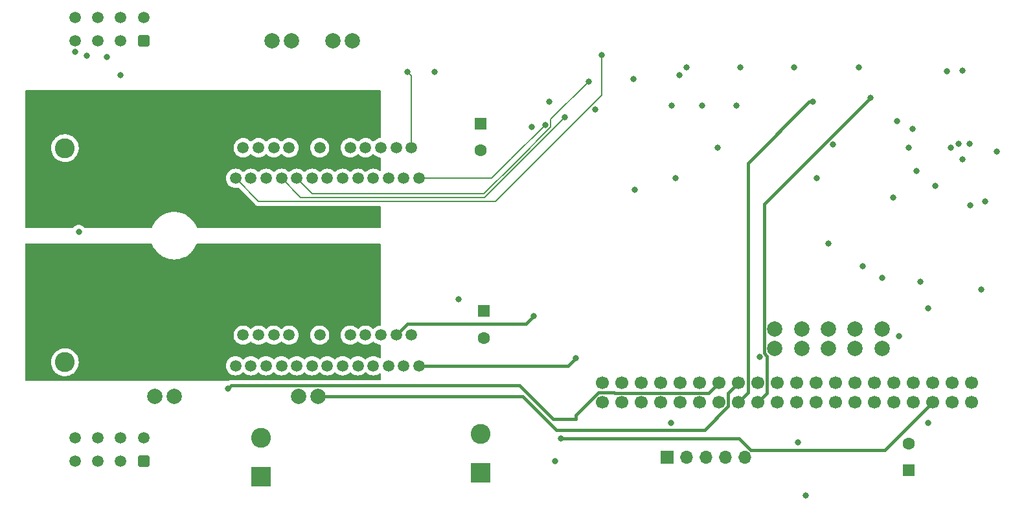
<source format=gbr>
%TF.GenerationSoftware,KiCad,Pcbnew,(6.0.0)*%
%TF.CreationDate,2022-01-20T20:45:04-08:00*%
%TF.ProjectId,dish-controller,64697368-2d63-46f6-9e74-726f6c6c6572,rev?*%
%TF.SameCoordinates,Original*%
%TF.FileFunction,Copper,L3,Inr*%
%TF.FilePolarity,Positive*%
%FSLAX46Y46*%
G04 Gerber Fmt 4.6, Leading zero omitted, Abs format (unit mm)*
G04 Created by KiCad (PCBNEW (6.0.0)) date 2022-01-20 20:45:04*
%MOMM*%
%LPD*%
G01*
G04 APERTURE LIST*
G04 Aperture macros list*
%AMRoundRect*
0 Rectangle with rounded corners*
0 $1 Rounding radius*
0 $2 $3 $4 $5 $6 $7 $8 $9 X,Y pos of 4 corners*
0 Add a 4 corners polygon primitive as box body*
4,1,4,$2,$3,$4,$5,$6,$7,$8,$9,$2,$3,0*
0 Add four circle primitives for the rounded corners*
1,1,$1+$1,$2,$3*
1,1,$1+$1,$4,$5*
1,1,$1+$1,$6,$7*
1,1,$1+$1,$8,$9*
0 Add four rect primitives between the rounded corners*
20,1,$1+$1,$2,$3,$4,$5,0*
20,1,$1+$1,$4,$5,$6,$7,0*
20,1,$1+$1,$6,$7,$8,$9,0*
20,1,$1+$1,$8,$9,$2,$3,0*%
G04 Aperture macros list end*
%TA.AperFunction,ComponentPad*%
%ADD10R,1.700000X1.700000*%
%TD*%
%TA.AperFunction,ComponentPad*%
%ADD11O,1.700000X1.700000*%
%TD*%
%TA.AperFunction,ComponentPad*%
%ADD12C,1.700000*%
%TD*%
%TA.AperFunction,ComponentPad*%
%ADD13C,1.500000*%
%TD*%
%TA.AperFunction,ComponentPad*%
%ADD14R,2.600000X2.600000*%
%TD*%
%TA.AperFunction,ComponentPad*%
%ADD15C,2.600000*%
%TD*%
%TA.AperFunction,ComponentPad*%
%ADD16RoundRect,0.250001X0.499999X0.499999X-0.499999X0.499999X-0.499999X-0.499999X0.499999X-0.499999X0*%
%TD*%
%TA.AperFunction,ComponentPad*%
%ADD17R,1.600000X1.600000*%
%TD*%
%TA.AperFunction,ComponentPad*%
%ADD18C,1.600000*%
%TD*%
%TA.AperFunction,ComponentPad*%
%ADD19C,2.000000*%
%TD*%
%TA.AperFunction,ViaPad*%
%ADD20C,0.800000*%
%TD*%
%TA.AperFunction,Conductor*%
%ADD21C,0.400000*%
%TD*%
%TA.AperFunction,Conductor*%
%ADD22C,0.200000*%
%TD*%
G04 APERTURE END LIST*
D10*
%TO.N,+5V*%
%TO.C,J7*%
X105425000Y-104000000D03*
D11*
%TO.N,+3V3*%
X107965000Y-104000000D03*
%TO.N,/GPIO_2*%
X110505000Y-104000000D03*
%TO.N,/GPIO_3*%
X113045000Y-104000000D03*
%TO.N,GND*%
X115585000Y-104000000D03*
%TD*%
D12*
%TO.N,+3V3*%
%TO.C,U1*%
X96920000Y-94260000D03*
%TO.N,+5V*%
X96920000Y-96800000D03*
%TO.N,/GPIO_2*%
X99460000Y-94260000D03*
%TO.N,+5V*%
X99460000Y-96800000D03*
%TO.N,/GPIO_3*%
X102000000Y-94260000D03*
%TO.N,GND*%
X102000000Y-96800000D03*
%TO.N,/STB1*%
X104540000Y-94260000D03*
%TO.N,unconnected-(U1-Pad8)*%
X104540000Y-96800000D03*
%TO.N,GND*%
X107080000Y-94260000D03*
%TO.N,Net-(D3-Pad2)*%
X107080000Y-96800000D03*
%TO.N,/STB2*%
X109620000Y-94260000D03*
%TO.N,Net-(D4-Pad2)*%
X109620000Y-96800000D03*
%TO.N,/IN11*%
X112160000Y-94260000D03*
%TO.N,GND*%
X112160000Y-96800000D03*
%TO.N,/IN21*%
X114700000Y-94260000D03*
%TO.N,/EPWM1*%
X114700000Y-96800000D03*
%TO.N,unconnected-(U1-Pad17)*%
X117240000Y-94260000D03*
%TO.N,/EPWM2*%
X117240000Y-96800000D03*
%TO.N,/SDI*%
X119780000Y-94260000D03*
%TO.N,GND*%
X119780000Y-96800000D03*
%TO.N,/SDO*%
X122320000Y-94260000D03*
%TO.N,unconnected-(U1-Pad22)*%
X122320000Y-96800000D03*
%TO.N,/CLK*%
X124860000Y-94260000D03*
%TO.N,/~{CS}1*%
X124860000Y-96800000D03*
%TO.N,GND*%
X127400000Y-94260000D03*
%TO.N,/~{CS}2*%
X127400000Y-96800000D03*
%TO.N,unconnected-(U1-Pad27)*%
X129940000Y-94260000D03*
%TO.N,unconnected-(U1-Pad28)*%
X129940000Y-96800000D03*
%TO.N,/IN12*%
X132480000Y-94260000D03*
%TO.N,GND*%
X132480000Y-96800000D03*
%TO.N,/IN22*%
X135020000Y-94260000D03*
%TO.N,/PWM2*%
X135020000Y-96800000D03*
%TO.N,/A11*%
X137560000Y-94260000D03*
%TO.N,GND*%
X137560000Y-96800000D03*
%TO.N,/A21*%
X140100000Y-94260000D03*
%TO.N,/PWM1*%
X140100000Y-96800000D03*
%TO.N,/A12*%
X142640000Y-94260000D03*
%TO.N,/E_~{EN}*%
X142640000Y-96800000D03*
%TO.N,GND*%
X145180000Y-94260000D03*
%TO.N,/A22*%
X145180000Y-96800000D03*
%TD*%
D13*
%TO.N,/A12*%
%TO.C,U4*%
X49000000Y-67500000D03*
%TO.N,GND*%
X50000000Y-63500000D03*
X51000000Y-67500000D03*
X52000000Y-63500000D03*
X53000000Y-67500000D03*
%TO.N,+12V*%
X54000000Y-63500000D03*
%TO.N,/STB2*%
X55000000Y-67500000D03*
%TO.N,/IN12*%
X56000000Y-63500000D03*
%TO.N,/IN22*%
X57000000Y-67500000D03*
%TO.N,/EL-2*%
X58000000Y-63500000D03*
%TO.N,GND*%
X59000000Y-67500000D03*
%TO.N,/EL-1*%
X60000000Y-63500000D03*
%TO.N,GND*%
X61000000Y-67500000D03*
%TO.N,/EL-2*%
X62000000Y-63500000D03*
%TO.N,GND*%
X63000000Y-67500000D03*
%TO.N,/EL-1*%
X64000000Y-63500000D03*
%TO.N,GND*%
X65000000Y-67500000D03*
X66000000Y-63500000D03*
X67000000Y-67500000D03*
%TO.N,+12V*%
X68000000Y-63500000D03*
%TO.N,GND*%
X69000000Y-67500000D03*
%TO.N,/PWM2*%
X70000000Y-63500000D03*
%TO.N,Net-(R10-Pad2)*%
X71000000Y-67500000D03*
%TO.N,Net-(C5-Pad2)*%
X72000000Y-63500000D03*
%TO.N,/A22*%
X73000000Y-67500000D03*
%TD*%
%TO.N,/A11*%
%TO.C,U3*%
X49000000Y-92000000D03*
%TO.N,GND*%
X50000000Y-88000000D03*
X51000000Y-92000000D03*
X52000000Y-88000000D03*
X53000000Y-92000000D03*
%TO.N,+12V*%
X54000000Y-88000000D03*
%TO.N,/STB1*%
X55000000Y-92000000D03*
%TO.N,/IN11*%
X56000000Y-88000000D03*
%TO.N,/IN21*%
X57000000Y-92000000D03*
%TO.N,/AZ-2*%
X58000000Y-88000000D03*
%TO.N,GND*%
X59000000Y-92000000D03*
%TO.N,/AZ-1*%
X60000000Y-88000000D03*
%TO.N,GND*%
X61000000Y-92000000D03*
%TO.N,/AZ-2*%
X62000000Y-88000000D03*
%TO.N,GND*%
X63000000Y-92000000D03*
%TO.N,/AZ-1*%
X64000000Y-88000000D03*
%TO.N,GND*%
X65000000Y-92000000D03*
X66000000Y-88000000D03*
X67000000Y-92000000D03*
%TO.N,+12V*%
X68000000Y-88000000D03*
%TO.N,GND*%
X69000000Y-92000000D03*
%TO.N,/PWM1*%
X70000000Y-88000000D03*
%TO.N,Net-(R9-Pad2)*%
X71000000Y-92000000D03*
%TO.N,Net-(C4-Pad2)*%
X72000000Y-88000000D03*
%TO.N,/A21*%
X73000000Y-92000000D03*
%TD*%
D14*
%TO.N,/EL-2*%
%TO.C,J6*%
X26700000Y-58460000D03*
D15*
%TO.N,/EL-1*%
X26700000Y-63540000D03*
%TD*%
D14*
%TO.N,/AZ-2*%
%TO.C,J5*%
X26700000Y-86460000D03*
D15*
%TO.N,/AZ-1*%
X26700000Y-91540000D03*
%TD*%
D16*
%TO.N,+5V*%
%TO.C,J4*%
X37000000Y-49500000D03*
D13*
%TO.N,/SDI_OUT*%
X34000000Y-49500000D03*
%TO.N,/SDO_IN1*%
X31000000Y-49500000D03*
%TO.N,/CLK_OUT*%
X28000000Y-49500000D03*
%TO.N,/~{CS}1_OUT*%
X37000000Y-46500000D03*
%TO.N,/EPWM1_IN*%
X34000000Y-46500000D03*
%TO.N,GND*%
X31000000Y-46500000D03*
X28000000Y-46500000D03*
%TD*%
D16*
%TO.N,+5V*%
%TO.C,J3*%
X37000000Y-104460000D03*
D13*
%TO.N,/SDI_OUT*%
X34000000Y-104460000D03*
%TO.N,/SDO_IN2*%
X31000000Y-104460000D03*
%TO.N,/CLK_OUT*%
X28000000Y-104460000D03*
%TO.N,/~{CS}2_OUT*%
X37000000Y-101460000D03*
%TO.N,/EPWM2_IN*%
X34000000Y-101460000D03*
%TO.N,GND*%
X31000000Y-101460000D03*
X28000000Y-101460000D03*
%TD*%
D14*
%TO.N,+5V*%
%TO.C,J2*%
X81000000Y-106000000D03*
D15*
%TO.N,GND*%
X81000000Y-100920000D03*
%TD*%
D14*
%TO.N,+12V*%
%TO.C,J1*%
X52300000Y-106545000D03*
D15*
%TO.N,GND*%
X52300000Y-101465000D03*
%TD*%
D17*
%TO.N,+12V*%
%TO.C,C3*%
X81000000Y-60347349D03*
D18*
%TO.N,GND*%
X81000000Y-63847349D03*
%TD*%
D17*
%TO.N,+5V*%
%TO.C,C2*%
X137000000Y-105652651D03*
D18*
%TO.N,GND*%
X137000000Y-102152651D03*
%TD*%
%TO.N,GND*%
%TO.C,C1*%
X81500000Y-88347349D03*
D17*
%TO.N,+12V*%
X81500000Y-84847349D03*
%TD*%
D19*
%TO.N,/SDI*%
%TO.C,TP3*%
X119500000Y-89770000D03*
X119500000Y-87230000D03*
%TD*%
%TO.N,/IN11*%
%TO.C,TP1*%
X41000000Y-96000000D03*
X38460000Y-96000000D03*
%TD*%
%TO.N,/CLK*%
%TO.C,TP5*%
X126500000Y-89770000D03*
X126500000Y-87230000D03*
%TD*%
%TO.N,/~{CS}1*%
%TO.C,TP8*%
X130000000Y-89770000D03*
X130000000Y-87230000D03*
%TD*%
%TO.N,/IN21*%
%TO.C,TP2*%
X57230000Y-96000000D03*
X59770000Y-96000000D03*
%TD*%
%TO.N,/SDO*%
%TO.C,TP4*%
X123000000Y-89770000D03*
X123000000Y-87230000D03*
%TD*%
%TO.N,/IN22*%
%TO.C,TP7*%
X64270000Y-49500000D03*
X61730000Y-49500000D03*
%TD*%
%TO.N,/IN12*%
%TO.C,TP6*%
X56270000Y-49500000D03*
X53730000Y-49500000D03*
%TD*%
%TO.N,/~{CS}2*%
%TO.C,TP9*%
X133500000Y-89770000D03*
X133500000Y-87230000D03*
%TD*%
D20*
%TO.N,/PWM1*%
X91500000Y-101500000D03*
X88000000Y-85500000D03*
%TO.N,+12V*%
X122500000Y-102000000D03*
%TO.N,/EPWM2*%
X132000000Y-57000000D03*
%TO.N,/EPWM1*%
X124500000Y-57500000D03*
%TO.N,+12V*%
X123500002Y-109000000D03*
%TO.N,GND*%
X138500000Y-81000000D03*
X133500000Y-80500000D03*
X131000000Y-79000000D03*
X126500000Y-76000000D03*
X139500000Y-84500000D03*
X146500000Y-82000000D03*
X101000000Y-54500000D03*
X106000000Y-58000000D03*
X112000000Y-63500000D03*
%TO.N,+5V*%
X145050000Y-71050000D03*
%TO.N,GND*%
X138000000Y-66500000D03*
%TO.N,+5V*%
X137500000Y-61000000D03*
X115000000Y-53000000D03*
X122000000Y-53000000D03*
X130500000Y-53000000D03*
X108000000Y-53000000D03*
%TO.N,/E_~{EN}*%
X140500000Y-68500000D03*
%TO.N,GND*%
X90780634Y-104459297D03*
%TO.N,/A21*%
X93500000Y-91000000D03*
%TO.N,/STB1*%
X105965686Y-99448522D03*
%TO.N,/A11*%
X139500000Y-99500000D03*
%TO.N,GND*%
X127065332Y-63065332D03*
%TO.N,/A22*%
X89500000Y-60500000D03*
%TO.N,GND*%
X90000000Y-57500000D03*
X87684667Y-60815333D03*
%TO.N,Net-(C5-Pad2)*%
X71500000Y-53600990D03*
%TO.N,GND*%
X75000000Y-53600990D03*
%TO.N,/A12*%
X96878053Y-51378053D03*
%TO.N,/STB2*%
X92000000Y-59500000D03*
%TO.N,/IN22*%
X95179745Y-54820255D03*
%TO.N,/IN12*%
X106500000Y-67500000D03*
%TO.N,/IN22*%
X125000000Y-67500000D03*
%TO.N,+3V3*%
X135700500Y-88091783D03*
X117498150Y-90875425D03*
%TO.N,/IN11*%
X48000000Y-95000000D03*
%TO.N,/CLK_OUT*%
X135500000Y-60000000D03*
%TO.N,/SDO_IN1*%
X144000000Y-65000000D03*
%TO.N,/SDO*%
X114500000Y-58000000D03*
X110000000Y-58000000D03*
%TO.N,+3V3*%
X107000000Y-54000000D03*
X96000000Y-58500000D03*
%TO.N,/SDO_IN2*%
X145000000Y-63000000D03*
%TO.N,GND*%
X137000000Y-63500000D03*
X147000000Y-70500000D03*
%TO.N,/EPWM2_IN*%
X148500000Y-64000000D03*
X101200500Y-69000000D03*
X135000000Y-70000000D03*
X34000000Y-54000000D03*
%TO.N,/SDI_OUT*%
X142000000Y-53500000D03*
X142524500Y-63500000D03*
%TO.N,Net-(D3-Pad2)*%
X28000000Y-51000000D03*
%TO.N,Net-(D4-Pad2)*%
X29565332Y-51434668D03*
%TO.N,GND*%
X28500000Y-74500000D03*
%TO.N,/~{CS}1_OUT*%
X144065332Y-53434668D03*
X143500000Y-63000000D03*
%TO.N,/SDO_IN2*%
X32152869Y-51600989D03*
%TO.N,GND*%
X78184667Y-83315333D03*
%TD*%
D21*
%TO.N,/A21*%
X92500000Y-92000000D02*
X93500000Y-91000000D01*
X73000000Y-92000000D02*
X92500000Y-92000000D01*
%TO.N,/PWM1*%
X114852076Y-101500000D02*
X91500000Y-101500000D01*
X115852076Y-102500000D02*
X114852076Y-101500000D01*
%TO.N,/IN21*%
X113409511Y-97317565D02*
X113409511Y-95550489D01*
X90900489Y-100400489D02*
X110326587Y-100400489D01*
X86500000Y-96000000D02*
X90900489Y-100400489D01*
X59770000Y-96000000D02*
X86500000Y-96000000D01*
X110326587Y-100400489D02*
X113409511Y-97317565D01*
X113409511Y-95550489D02*
X114700000Y-94260000D01*
%TO.N,/PWM1*%
X116352076Y-103000000D02*
X115852076Y-102500000D01*
X133900000Y-103000000D02*
X116352076Y-103000000D01*
X140100000Y-96800000D02*
X133900000Y-103000000D01*
%TO.N,/EPWM2*%
X118100489Y-70899511D02*
X132000000Y-57000000D01*
X118100489Y-90349698D02*
X118100489Y-87899511D01*
X118489511Y-90738720D02*
X118100489Y-90349698D01*
X118100489Y-87899511D02*
X118100489Y-70899511D01*
X117240000Y-96800000D02*
X118489511Y-95550489D01*
X118489511Y-95550489D02*
X118489511Y-90738720D01*
%TO.N,/EPWM1*%
X124000000Y-57500000D02*
X124500000Y-57500000D01*
X115990489Y-65509511D02*
X124000000Y-57500000D01*
X115990489Y-95490489D02*
X115990489Y-65509511D01*
X116000000Y-95500000D02*
X115990489Y-95490489D01*
X114700000Y-96800000D02*
X116000000Y-95500000D01*
%TO.N,/PWM1*%
X86951672Y-86548328D02*
X88000000Y-85500000D01*
X70000000Y-88000000D02*
X71451672Y-86548328D01*
X71451672Y-86548328D02*
X86951672Y-86548328D01*
%TO.N,/IN11*%
X96443413Y-95509511D02*
X98490489Y-95509511D01*
X93500000Y-98452924D02*
X96443413Y-95509511D01*
X93500000Y-99000000D02*
X93500000Y-98452924D01*
X98490489Y-95509511D02*
X98500000Y-95500000D01*
X98500000Y-95500000D02*
X98550489Y-95550489D01*
X86100489Y-94600489D02*
X90500000Y-99000000D01*
X48399511Y-94600489D02*
X86100489Y-94600489D01*
X48000000Y-95000000D02*
X48399511Y-94600489D01*
X90500000Y-99000000D02*
X93500000Y-99000000D01*
X110869511Y-95550489D02*
X112160000Y-94260000D01*
X98550489Y-95550489D02*
X110869511Y-95550489D01*
D22*
%TO.N,Net-(C5-Pad2)*%
X72000000Y-54100990D02*
X71500000Y-53600990D01*
X72000000Y-63500000D02*
X72000000Y-54100990D01*
%TO.N,/A22*%
X82500000Y-67500000D02*
X85053140Y-64946860D01*
X73000000Y-67500000D02*
X82500000Y-67500000D01*
%TO.N,/IN22*%
X81489245Y-69500000D02*
X85589735Y-65399510D01*
X59000000Y-69500000D02*
X81489245Y-69500000D01*
X57000000Y-67500000D02*
X59000000Y-69500000D01*
%TO.N,/STB2*%
X81554238Y-70000000D02*
X85503260Y-66050978D01*
X57500000Y-70000000D02*
X81554238Y-70000000D01*
X55000000Y-67500000D02*
X57500000Y-70000000D01*
%TO.N,/A12*%
X96878053Y-56621947D02*
X96878053Y-51378053D01*
X83000000Y-70500000D02*
X96878053Y-56621947D01*
X52000000Y-70500000D02*
X83000000Y-70500000D01*
X49000000Y-67500000D02*
X52000000Y-70500000D01*
%TO.N,/STB2*%
X92000000Y-59554238D02*
X92000000Y-59500000D01*
X85503260Y-66050978D02*
X92000000Y-59554238D01*
%TO.N,/A22*%
X85053140Y-64946860D02*
X89500000Y-60500000D01*
%TO.N,/IN22*%
X90199501Y-59800499D02*
X95179745Y-54820255D01*
X90199501Y-60789744D02*
X90199501Y-59800499D01*
X85589735Y-65399510D02*
X90199501Y-60789744D01*
%TD*%
%TA.AperFunction,Conductor*%
%TO.N,/AZ-2*%
G36*
X38039282Y-76020002D02*
G01*
X38085775Y-76073658D01*
X38089179Y-76081865D01*
X38090043Y-76084176D01*
X38091104Y-76087592D01*
X38232921Y-76409897D01*
X38410313Y-76714076D01*
X38620999Y-76996219D01*
X38623443Y-76998817D01*
X38623448Y-76998823D01*
X38859820Y-77250093D01*
X38862270Y-77252697D01*
X38864999Y-77255007D01*
X39054652Y-77415560D01*
X39131024Y-77480214D01*
X39423807Y-77675845D01*
X39426989Y-77677484D01*
X39426991Y-77677485D01*
X39733670Y-77835436D01*
X39733675Y-77835438D01*
X39736853Y-77837075D01*
X39740194Y-77838341D01*
X39740199Y-77838343D01*
X39971696Y-77926049D01*
X40066139Y-77961830D01*
X40069603Y-77962710D01*
X40069607Y-77962711D01*
X40403963Y-78047627D01*
X40403971Y-78047629D01*
X40407430Y-78048507D01*
X40579152Y-78071878D01*
X40753347Y-78095585D01*
X40753354Y-78095586D01*
X40756340Y-78095992D01*
X40871081Y-78100500D01*
X41089198Y-78100500D01*
X41230756Y-78092462D01*
X41347992Y-78085805D01*
X41347999Y-78085804D01*
X41351560Y-78085602D01*
X41489883Y-78061834D01*
X41695082Y-78026575D01*
X41695090Y-78026573D01*
X41698600Y-78025970D01*
X41702025Y-78024972D01*
X41702028Y-78024971D01*
X42033221Y-77928436D01*
X42036659Y-77927434D01*
X42361390Y-77791263D01*
X42564556Y-77677485D01*
X42665502Y-77620953D01*
X42665507Y-77620950D01*
X42668619Y-77619207D01*
X42671515Y-77617122D01*
X42671520Y-77617119D01*
X42818239Y-77511496D01*
X42954395Y-77413477D01*
X43128858Y-77255007D01*
X43212405Y-77179118D01*
X43212406Y-77179117D01*
X43215046Y-77176719D01*
X43447219Y-76911977D01*
X43647929Y-76622653D01*
X43814598Y-76312468D01*
X43815925Y-76309142D01*
X43907619Y-76079310D01*
X43951440Y-76023450D01*
X44024649Y-76000000D01*
X67874000Y-76000000D01*
X67942121Y-76020002D01*
X67988614Y-76073658D01*
X68000000Y-76126000D01*
X68000000Y-86621235D01*
X67979998Y-86689356D01*
X67926342Y-86735849D01*
X67884983Y-86746755D01*
X67780629Y-86755885D01*
X67567924Y-86812880D01*
X67474562Y-86856415D01*
X67373334Y-86903618D01*
X67373329Y-86903621D01*
X67368347Y-86905944D01*
X67363840Y-86909100D01*
X67363838Y-86909101D01*
X67192473Y-87029092D01*
X67192470Y-87029094D01*
X67187962Y-87032251D01*
X67089095Y-87131118D01*
X67026783Y-87165144D01*
X66955968Y-87160079D01*
X66910905Y-87131118D01*
X66812038Y-87032251D01*
X66631654Y-86905944D01*
X66432076Y-86812880D01*
X66219371Y-86755885D01*
X66000000Y-86736693D01*
X65780629Y-86755885D01*
X65567924Y-86812880D01*
X65474562Y-86856415D01*
X65373334Y-86903618D01*
X65373329Y-86903621D01*
X65368347Y-86905944D01*
X65363840Y-86909100D01*
X65363838Y-86909101D01*
X65192473Y-87029092D01*
X65192470Y-87029094D01*
X65187962Y-87032251D01*
X65089095Y-87131118D01*
X65026783Y-87165144D01*
X64955968Y-87160079D01*
X64910905Y-87131118D01*
X64812038Y-87032251D01*
X64631654Y-86905944D01*
X64432076Y-86812880D01*
X64219371Y-86755885D01*
X64000000Y-86736693D01*
X63780629Y-86755885D01*
X63567924Y-86812880D01*
X63474562Y-86856415D01*
X63373334Y-86903618D01*
X63373329Y-86903621D01*
X63368347Y-86905944D01*
X63363840Y-86909100D01*
X63363838Y-86909101D01*
X63192473Y-87029092D01*
X63192470Y-87029094D01*
X63187962Y-87032251D01*
X63032251Y-87187962D01*
X62905944Y-87368347D01*
X62903621Y-87373329D01*
X62903618Y-87373334D01*
X62856415Y-87474562D01*
X62812880Y-87567924D01*
X62755885Y-87780629D01*
X62736693Y-88000000D01*
X62755885Y-88219371D01*
X62812880Y-88432076D01*
X62815205Y-88437061D01*
X62903618Y-88626666D01*
X62903621Y-88626671D01*
X62905944Y-88631653D01*
X63032251Y-88812038D01*
X63187962Y-88967749D01*
X63368346Y-89094056D01*
X63567924Y-89187120D01*
X63780629Y-89244115D01*
X64000000Y-89263307D01*
X64219371Y-89244115D01*
X64432076Y-89187120D01*
X64631654Y-89094056D01*
X64812038Y-88967749D01*
X64910905Y-88868882D01*
X64973217Y-88834856D01*
X65044032Y-88839921D01*
X65089095Y-88868882D01*
X65187962Y-88967749D01*
X65368346Y-89094056D01*
X65567924Y-89187120D01*
X65780629Y-89244115D01*
X66000000Y-89263307D01*
X66219371Y-89244115D01*
X66432076Y-89187120D01*
X66631654Y-89094056D01*
X66812038Y-88967749D01*
X66910905Y-88868882D01*
X66973217Y-88834856D01*
X67044032Y-88839921D01*
X67089095Y-88868882D01*
X67187962Y-88967749D01*
X67368346Y-89094056D01*
X67567924Y-89187120D01*
X67780629Y-89244115D01*
X67884982Y-89253245D01*
X67951099Y-89279107D01*
X67992739Y-89336610D01*
X68000000Y-89378765D01*
X68000000Y-90921820D01*
X67979998Y-90989941D01*
X67926342Y-91036434D01*
X67856068Y-91046538D01*
X67801731Y-91025034D01*
X67631654Y-90905944D01*
X67432076Y-90812880D01*
X67219371Y-90755885D01*
X67000000Y-90736693D01*
X66780629Y-90755885D01*
X66567924Y-90812880D01*
X66474562Y-90856415D01*
X66373334Y-90903618D01*
X66373329Y-90903621D01*
X66368347Y-90905944D01*
X66363840Y-90909100D01*
X66363838Y-90909101D01*
X66192473Y-91029092D01*
X66192470Y-91029094D01*
X66187962Y-91032251D01*
X66089095Y-91131118D01*
X66026783Y-91165144D01*
X65955968Y-91160079D01*
X65910905Y-91131118D01*
X65812038Y-91032251D01*
X65751614Y-90989941D01*
X65654327Y-90921820D01*
X65631654Y-90905944D01*
X65432076Y-90812880D01*
X65219371Y-90755885D01*
X65000000Y-90736693D01*
X64780629Y-90755885D01*
X64567924Y-90812880D01*
X64474562Y-90856415D01*
X64373334Y-90903618D01*
X64373329Y-90903621D01*
X64368347Y-90905944D01*
X64363840Y-90909100D01*
X64363838Y-90909101D01*
X64192473Y-91029092D01*
X64192470Y-91029094D01*
X64187962Y-91032251D01*
X64089095Y-91131118D01*
X64026783Y-91165144D01*
X63955968Y-91160079D01*
X63910905Y-91131118D01*
X63812038Y-91032251D01*
X63751614Y-90989941D01*
X63654327Y-90921820D01*
X63631654Y-90905944D01*
X63432076Y-90812880D01*
X63219371Y-90755885D01*
X63000000Y-90736693D01*
X62780629Y-90755885D01*
X62567924Y-90812880D01*
X62474562Y-90856415D01*
X62373334Y-90903618D01*
X62373329Y-90903621D01*
X62368347Y-90905944D01*
X62363840Y-90909100D01*
X62363838Y-90909101D01*
X62192473Y-91029092D01*
X62192470Y-91029094D01*
X62187962Y-91032251D01*
X62089095Y-91131118D01*
X62026783Y-91165144D01*
X61955968Y-91160079D01*
X61910905Y-91131118D01*
X61812038Y-91032251D01*
X61751614Y-90989941D01*
X61654327Y-90921820D01*
X61631654Y-90905944D01*
X61432076Y-90812880D01*
X61219371Y-90755885D01*
X61000000Y-90736693D01*
X60780629Y-90755885D01*
X60567924Y-90812880D01*
X60474562Y-90856415D01*
X60373334Y-90903618D01*
X60373329Y-90903621D01*
X60368347Y-90905944D01*
X60363840Y-90909100D01*
X60363838Y-90909101D01*
X60192473Y-91029092D01*
X60192470Y-91029094D01*
X60187962Y-91032251D01*
X60089095Y-91131118D01*
X60026783Y-91165144D01*
X59955968Y-91160079D01*
X59910905Y-91131118D01*
X59812038Y-91032251D01*
X59751614Y-90989941D01*
X59654327Y-90921820D01*
X59631654Y-90905944D01*
X59432076Y-90812880D01*
X59219371Y-90755885D01*
X59000000Y-90736693D01*
X58780629Y-90755885D01*
X58567924Y-90812880D01*
X58474562Y-90856415D01*
X58373334Y-90903618D01*
X58373329Y-90903621D01*
X58368347Y-90905944D01*
X58363840Y-90909100D01*
X58363838Y-90909101D01*
X58192473Y-91029092D01*
X58192470Y-91029094D01*
X58187962Y-91032251D01*
X58089095Y-91131118D01*
X58026783Y-91165144D01*
X57955968Y-91160079D01*
X57910905Y-91131118D01*
X57812038Y-91032251D01*
X57751614Y-90989941D01*
X57654327Y-90921820D01*
X57631654Y-90905944D01*
X57432076Y-90812880D01*
X57219371Y-90755885D01*
X57000000Y-90736693D01*
X56780629Y-90755885D01*
X56567924Y-90812880D01*
X56474562Y-90856415D01*
X56373334Y-90903618D01*
X56373329Y-90903621D01*
X56368347Y-90905944D01*
X56363840Y-90909100D01*
X56363838Y-90909101D01*
X56192473Y-91029092D01*
X56192470Y-91029094D01*
X56187962Y-91032251D01*
X56089095Y-91131118D01*
X56026783Y-91165144D01*
X55955968Y-91160079D01*
X55910905Y-91131118D01*
X55812038Y-91032251D01*
X55751614Y-90989941D01*
X55654327Y-90921820D01*
X55631654Y-90905944D01*
X55432076Y-90812880D01*
X55219371Y-90755885D01*
X55000000Y-90736693D01*
X54780629Y-90755885D01*
X54567924Y-90812880D01*
X54474562Y-90856415D01*
X54373334Y-90903618D01*
X54373329Y-90903621D01*
X54368347Y-90905944D01*
X54363840Y-90909100D01*
X54363838Y-90909101D01*
X54192473Y-91029092D01*
X54192470Y-91029094D01*
X54187962Y-91032251D01*
X54089095Y-91131118D01*
X54026783Y-91165144D01*
X53955968Y-91160079D01*
X53910905Y-91131118D01*
X53812038Y-91032251D01*
X53751614Y-90989941D01*
X53654327Y-90921820D01*
X53631654Y-90905944D01*
X53432076Y-90812880D01*
X53219371Y-90755885D01*
X53000000Y-90736693D01*
X52780629Y-90755885D01*
X52567924Y-90812880D01*
X52474562Y-90856415D01*
X52373334Y-90903618D01*
X52373329Y-90903621D01*
X52368347Y-90905944D01*
X52363840Y-90909100D01*
X52363838Y-90909101D01*
X52192473Y-91029092D01*
X52192470Y-91029094D01*
X52187962Y-91032251D01*
X52089095Y-91131118D01*
X52026783Y-91165144D01*
X51955968Y-91160079D01*
X51910905Y-91131118D01*
X51812038Y-91032251D01*
X51751614Y-90989941D01*
X51654327Y-90921820D01*
X51631654Y-90905944D01*
X51432076Y-90812880D01*
X51219371Y-90755885D01*
X51000000Y-90736693D01*
X50780629Y-90755885D01*
X50567924Y-90812880D01*
X50474562Y-90856415D01*
X50373334Y-90903618D01*
X50373329Y-90903621D01*
X50368347Y-90905944D01*
X50363840Y-90909100D01*
X50363838Y-90909101D01*
X50192473Y-91029092D01*
X50192470Y-91029094D01*
X50187962Y-91032251D01*
X50089095Y-91131118D01*
X50026783Y-91165144D01*
X49955968Y-91160079D01*
X49910905Y-91131118D01*
X49812038Y-91032251D01*
X49751614Y-90989941D01*
X49654327Y-90921820D01*
X49631654Y-90905944D01*
X49432076Y-90812880D01*
X49219371Y-90755885D01*
X49000000Y-90736693D01*
X48780629Y-90755885D01*
X48567924Y-90812880D01*
X48474562Y-90856415D01*
X48373334Y-90903618D01*
X48373329Y-90903621D01*
X48368347Y-90905944D01*
X48363840Y-90909100D01*
X48363838Y-90909101D01*
X48192473Y-91029092D01*
X48192470Y-91029094D01*
X48187962Y-91032251D01*
X48032251Y-91187962D01*
X48029094Y-91192470D01*
X48029092Y-91192473D01*
X47909101Y-91363838D01*
X47905944Y-91368347D01*
X47903621Y-91373329D01*
X47903618Y-91373334D01*
X47856415Y-91474562D01*
X47812880Y-91567924D01*
X47755885Y-91780629D01*
X47736693Y-92000000D01*
X47755885Y-92219371D01*
X47812880Y-92432076D01*
X47815205Y-92437061D01*
X47903618Y-92626666D01*
X47903621Y-92626671D01*
X47905944Y-92631653D01*
X48032251Y-92812038D01*
X48187962Y-92967749D01*
X48192471Y-92970906D01*
X48192473Y-92970908D01*
X48264487Y-93021333D01*
X48368346Y-93094056D01*
X48567924Y-93187120D01*
X48780629Y-93244115D01*
X49000000Y-93263307D01*
X49219371Y-93244115D01*
X49432076Y-93187120D01*
X49631654Y-93094056D01*
X49735513Y-93021333D01*
X49807527Y-92970908D01*
X49807529Y-92970906D01*
X49812038Y-92967749D01*
X49910905Y-92868882D01*
X49973217Y-92834856D01*
X50044032Y-92839921D01*
X50089095Y-92868882D01*
X50187962Y-92967749D01*
X50192471Y-92970906D01*
X50192473Y-92970908D01*
X50264487Y-93021333D01*
X50368346Y-93094056D01*
X50567924Y-93187120D01*
X50780629Y-93244115D01*
X51000000Y-93263307D01*
X51219371Y-93244115D01*
X51432076Y-93187120D01*
X51631654Y-93094056D01*
X51735513Y-93021333D01*
X51807527Y-92970908D01*
X51807529Y-92970906D01*
X51812038Y-92967749D01*
X51910905Y-92868882D01*
X51973217Y-92834856D01*
X52044032Y-92839921D01*
X52089095Y-92868882D01*
X52187962Y-92967749D01*
X52192471Y-92970906D01*
X52192473Y-92970908D01*
X52264487Y-93021333D01*
X52368346Y-93094056D01*
X52567924Y-93187120D01*
X52780629Y-93244115D01*
X53000000Y-93263307D01*
X53219371Y-93244115D01*
X53432076Y-93187120D01*
X53631654Y-93094056D01*
X53735513Y-93021333D01*
X53807527Y-92970908D01*
X53807529Y-92970906D01*
X53812038Y-92967749D01*
X53910905Y-92868882D01*
X53973217Y-92834856D01*
X54044032Y-92839921D01*
X54089095Y-92868882D01*
X54187962Y-92967749D01*
X54192471Y-92970906D01*
X54192473Y-92970908D01*
X54264487Y-93021333D01*
X54368346Y-93094056D01*
X54567924Y-93187120D01*
X54780629Y-93244115D01*
X55000000Y-93263307D01*
X55219371Y-93244115D01*
X55432076Y-93187120D01*
X55631654Y-93094056D01*
X55735513Y-93021333D01*
X55807527Y-92970908D01*
X55807529Y-92970906D01*
X55812038Y-92967749D01*
X55910905Y-92868882D01*
X55973217Y-92834856D01*
X56044032Y-92839921D01*
X56089095Y-92868882D01*
X56187962Y-92967749D01*
X56192471Y-92970906D01*
X56192473Y-92970908D01*
X56264487Y-93021333D01*
X56368346Y-93094056D01*
X56567924Y-93187120D01*
X56780629Y-93244115D01*
X57000000Y-93263307D01*
X57219371Y-93244115D01*
X57432076Y-93187120D01*
X57631654Y-93094056D01*
X57735513Y-93021333D01*
X57807527Y-92970908D01*
X57807529Y-92970906D01*
X57812038Y-92967749D01*
X57910905Y-92868882D01*
X57973217Y-92834856D01*
X58044032Y-92839921D01*
X58089095Y-92868882D01*
X58187962Y-92967749D01*
X58192471Y-92970906D01*
X58192473Y-92970908D01*
X58264487Y-93021333D01*
X58368346Y-93094056D01*
X58567924Y-93187120D01*
X58780629Y-93244115D01*
X59000000Y-93263307D01*
X59219371Y-93244115D01*
X59432076Y-93187120D01*
X59631654Y-93094056D01*
X59735513Y-93021333D01*
X59807527Y-92970908D01*
X59807529Y-92970906D01*
X59812038Y-92967749D01*
X59910905Y-92868882D01*
X59973217Y-92834856D01*
X60044032Y-92839921D01*
X60089095Y-92868882D01*
X60187962Y-92967749D01*
X60192471Y-92970906D01*
X60192473Y-92970908D01*
X60264487Y-93021333D01*
X60368346Y-93094056D01*
X60567924Y-93187120D01*
X60780629Y-93244115D01*
X61000000Y-93263307D01*
X61219371Y-93244115D01*
X61432076Y-93187120D01*
X61631654Y-93094056D01*
X61735513Y-93021333D01*
X61807527Y-92970908D01*
X61807529Y-92970906D01*
X61812038Y-92967749D01*
X61910905Y-92868882D01*
X61973217Y-92834856D01*
X62044032Y-92839921D01*
X62089095Y-92868882D01*
X62187962Y-92967749D01*
X62192471Y-92970906D01*
X62192473Y-92970908D01*
X62264487Y-93021333D01*
X62368346Y-93094056D01*
X62567924Y-93187120D01*
X62780629Y-93244115D01*
X63000000Y-93263307D01*
X63219371Y-93244115D01*
X63432076Y-93187120D01*
X63631654Y-93094056D01*
X63735513Y-93021333D01*
X63807527Y-92970908D01*
X63807529Y-92970906D01*
X63812038Y-92967749D01*
X63910905Y-92868882D01*
X63973217Y-92834856D01*
X64044032Y-92839921D01*
X64089095Y-92868882D01*
X64187962Y-92967749D01*
X64192471Y-92970906D01*
X64192473Y-92970908D01*
X64264487Y-93021333D01*
X64368346Y-93094056D01*
X64567924Y-93187120D01*
X64780629Y-93244115D01*
X65000000Y-93263307D01*
X65219371Y-93244115D01*
X65432076Y-93187120D01*
X65631654Y-93094056D01*
X65735513Y-93021333D01*
X65807527Y-92970908D01*
X65807529Y-92970906D01*
X65812038Y-92967749D01*
X65910905Y-92868882D01*
X65973217Y-92834856D01*
X66044032Y-92839921D01*
X66089095Y-92868882D01*
X66187962Y-92967749D01*
X66192471Y-92970906D01*
X66192473Y-92970908D01*
X66264487Y-93021333D01*
X66368346Y-93094056D01*
X66567924Y-93187120D01*
X66780629Y-93244115D01*
X67000000Y-93263307D01*
X67219371Y-93244115D01*
X67432076Y-93187120D01*
X67631654Y-93094056D01*
X67801730Y-92974967D01*
X67869003Y-92952279D01*
X67937863Y-92969564D01*
X67986448Y-93021333D01*
X68000000Y-93078180D01*
X68000000Y-93765989D01*
X67979998Y-93834110D01*
X67926342Y-93880603D01*
X67874000Y-93891989D01*
X48428438Y-93891989D01*
X48419869Y-93891697D01*
X48369736Y-93888279D01*
X48369732Y-93888279D01*
X48362159Y-93887763D01*
X48299192Y-93898753D01*
X48292680Y-93899713D01*
X48229269Y-93907387D01*
X48222168Y-93910070D01*
X48219559Y-93910711D01*
X48203226Y-93915180D01*
X48200706Y-93915941D01*
X48193228Y-93917246D01*
X48186276Y-93920298D01*
X48186275Y-93920298D01*
X48134715Y-93942930D01*
X48128610Y-93945421D01*
X48075967Y-93965314D01*
X48075963Y-93965316D01*
X48068855Y-93968002D01*
X48062594Y-93972305D01*
X48060228Y-93973542D01*
X48045449Y-93981768D01*
X48044289Y-93982454D01*
X48044146Y-93982493D01*
X48042488Y-93983416D01*
X48036210Y-93986172D01*
X48035619Y-93984826D01*
X47980151Y-94000000D01*
X21626000Y-94000000D01*
X21557879Y-93979998D01*
X21511386Y-93926342D01*
X21500000Y-93874000D01*
X21500000Y-91492526D01*
X24887050Y-91492526D01*
X24899947Y-91761019D01*
X24952388Y-92024656D01*
X25043220Y-92277646D01*
X25170450Y-92514431D01*
X25173241Y-92518168D01*
X25173245Y-92518175D01*
X25254260Y-92626666D01*
X25331281Y-92729810D01*
X25334590Y-92733090D01*
X25334595Y-92733096D01*
X25442357Y-92839921D01*
X25522180Y-92919050D01*
X25525942Y-92921808D01*
X25525945Y-92921811D01*
X25735183Y-93075230D01*
X25738954Y-93077995D01*
X25743089Y-93080171D01*
X25743093Y-93080173D01*
X25949069Y-93188543D01*
X25976840Y-93203154D01*
X26230613Y-93291775D01*
X26235206Y-93292647D01*
X26490109Y-93341042D01*
X26490112Y-93341042D01*
X26494698Y-93341913D01*
X26622370Y-93346929D01*
X26758625Y-93352283D01*
X26758630Y-93352283D01*
X26763293Y-93352466D01*
X26867607Y-93341042D01*
X27025844Y-93323713D01*
X27025850Y-93323712D01*
X27030497Y-93323203D01*
X27035021Y-93322012D01*
X27285918Y-93255956D01*
X27285920Y-93255955D01*
X27290441Y-93254765D01*
X27318542Y-93242692D01*
X27533120Y-93150502D01*
X27533122Y-93150501D01*
X27537414Y-93148657D01*
X27656071Y-93075230D01*
X27762017Y-93009669D01*
X27762021Y-93009666D01*
X27765990Y-93007210D01*
X27971149Y-92833530D01*
X28148382Y-92631434D01*
X28293797Y-92405361D01*
X28404199Y-92160278D01*
X28441209Y-92029051D01*
X28475893Y-91906072D01*
X28475894Y-91906069D01*
X28477163Y-91901568D01*
X28495043Y-91761019D01*
X28510688Y-91638045D01*
X28510688Y-91638041D01*
X28511086Y-91634915D01*
X28513571Y-91540000D01*
X28493650Y-91271937D01*
X28482020Y-91220538D01*
X28435361Y-91014331D01*
X28435360Y-91014326D01*
X28434327Y-91009763D01*
X28336902Y-90759238D01*
X28203518Y-90525864D01*
X28037105Y-90314769D01*
X27841317Y-90130591D01*
X27620457Y-89977374D01*
X27616264Y-89975306D01*
X27383564Y-89860551D01*
X27383561Y-89860550D01*
X27379376Y-89858486D01*
X27331745Y-89843239D01*
X27277621Y-89825914D01*
X27123370Y-89776538D01*
X27118763Y-89775788D01*
X27118760Y-89775787D01*
X26862674Y-89734081D01*
X26862675Y-89734081D01*
X26858063Y-89733330D01*
X26727719Y-89731624D01*
X26593961Y-89729873D01*
X26593958Y-89729873D01*
X26589284Y-89729812D01*
X26322937Y-89766060D01*
X26064874Y-89841278D01*
X25820763Y-89953815D01*
X25816854Y-89956378D01*
X25599881Y-90098631D01*
X25599876Y-90098635D01*
X25595968Y-90101197D01*
X25395426Y-90280188D01*
X25223544Y-90486854D01*
X25084096Y-90716656D01*
X24980148Y-90964545D01*
X24913981Y-91225077D01*
X24887050Y-91492526D01*
X21500000Y-91492526D01*
X21500000Y-88000000D01*
X48736693Y-88000000D01*
X48755885Y-88219371D01*
X48812880Y-88432076D01*
X48815205Y-88437061D01*
X48903618Y-88626666D01*
X48903621Y-88626671D01*
X48905944Y-88631653D01*
X49032251Y-88812038D01*
X49187962Y-88967749D01*
X49368346Y-89094056D01*
X49567924Y-89187120D01*
X49780629Y-89244115D01*
X50000000Y-89263307D01*
X50219371Y-89244115D01*
X50432076Y-89187120D01*
X50631654Y-89094056D01*
X50812038Y-88967749D01*
X50910905Y-88868882D01*
X50973217Y-88834856D01*
X51044032Y-88839921D01*
X51089095Y-88868882D01*
X51187962Y-88967749D01*
X51368346Y-89094056D01*
X51567924Y-89187120D01*
X51780629Y-89244115D01*
X52000000Y-89263307D01*
X52219371Y-89244115D01*
X52432076Y-89187120D01*
X52631654Y-89094056D01*
X52812038Y-88967749D01*
X52910905Y-88868882D01*
X52973217Y-88834856D01*
X53044032Y-88839921D01*
X53089095Y-88868882D01*
X53187962Y-88967749D01*
X53368346Y-89094056D01*
X53567924Y-89187120D01*
X53780629Y-89244115D01*
X54000000Y-89263307D01*
X54219371Y-89244115D01*
X54432076Y-89187120D01*
X54631654Y-89094056D01*
X54812038Y-88967749D01*
X54910905Y-88868882D01*
X54973217Y-88834856D01*
X55044032Y-88839921D01*
X55089095Y-88868882D01*
X55187962Y-88967749D01*
X55368346Y-89094056D01*
X55567924Y-89187120D01*
X55780629Y-89244115D01*
X56000000Y-89263307D01*
X56219371Y-89244115D01*
X56432076Y-89187120D01*
X56631654Y-89094056D01*
X56812038Y-88967749D01*
X56967749Y-88812038D01*
X57094056Y-88631653D01*
X57096379Y-88626671D01*
X57096382Y-88626666D01*
X57184795Y-88437061D01*
X57187120Y-88432076D01*
X57244115Y-88219371D01*
X57263307Y-88000000D01*
X58736693Y-88000000D01*
X58755885Y-88219371D01*
X58812880Y-88432076D01*
X58815205Y-88437061D01*
X58903618Y-88626666D01*
X58903621Y-88626671D01*
X58905944Y-88631653D01*
X59032251Y-88812038D01*
X59187962Y-88967749D01*
X59368346Y-89094056D01*
X59567924Y-89187120D01*
X59780629Y-89244115D01*
X60000000Y-89263307D01*
X60219371Y-89244115D01*
X60432076Y-89187120D01*
X60631654Y-89094056D01*
X60812038Y-88967749D01*
X60967749Y-88812038D01*
X61094056Y-88631653D01*
X61096379Y-88626671D01*
X61096382Y-88626666D01*
X61184795Y-88437061D01*
X61187120Y-88432076D01*
X61244115Y-88219371D01*
X61263307Y-88000000D01*
X61244115Y-87780629D01*
X61187120Y-87567924D01*
X61143585Y-87474562D01*
X61096382Y-87373334D01*
X61096379Y-87373329D01*
X61094056Y-87368347D01*
X60967749Y-87187962D01*
X60812038Y-87032251D01*
X60631654Y-86905944D01*
X60432076Y-86812880D01*
X60219371Y-86755885D01*
X60000000Y-86736693D01*
X59780629Y-86755885D01*
X59567924Y-86812880D01*
X59474562Y-86856415D01*
X59373334Y-86903618D01*
X59373329Y-86903621D01*
X59368347Y-86905944D01*
X59363840Y-86909100D01*
X59363838Y-86909101D01*
X59192473Y-87029092D01*
X59192470Y-87029094D01*
X59187962Y-87032251D01*
X59032251Y-87187962D01*
X58905944Y-87368347D01*
X58903621Y-87373329D01*
X58903618Y-87373334D01*
X58856415Y-87474562D01*
X58812880Y-87567924D01*
X58755885Y-87780629D01*
X58736693Y-88000000D01*
X57263307Y-88000000D01*
X57244115Y-87780629D01*
X57187120Y-87567924D01*
X57143585Y-87474562D01*
X57096382Y-87373334D01*
X57096379Y-87373329D01*
X57094056Y-87368347D01*
X56967749Y-87187962D01*
X56812038Y-87032251D01*
X56631654Y-86905944D01*
X56432076Y-86812880D01*
X56219371Y-86755885D01*
X56000000Y-86736693D01*
X55780629Y-86755885D01*
X55567924Y-86812880D01*
X55474562Y-86856415D01*
X55373334Y-86903618D01*
X55373329Y-86903621D01*
X55368347Y-86905944D01*
X55363840Y-86909100D01*
X55363838Y-86909101D01*
X55192473Y-87029092D01*
X55192470Y-87029094D01*
X55187962Y-87032251D01*
X55089095Y-87131118D01*
X55026783Y-87165144D01*
X54955968Y-87160079D01*
X54910905Y-87131118D01*
X54812038Y-87032251D01*
X54631654Y-86905944D01*
X54432076Y-86812880D01*
X54219371Y-86755885D01*
X54000000Y-86736693D01*
X53780629Y-86755885D01*
X53567924Y-86812880D01*
X53474562Y-86856415D01*
X53373334Y-86903618D01*
X53373329Y-86903621D01*
X53368347Y-86905944D01*
X53363840Y-86909100D01*
X53363838Y-86909101D01*
X53192473Y-87029092D01*
X53192470Y-87029094D01*
X53187962Y-87032251D01*
X53089095Y-87131118D01*
X53026783Y-87165144D01*
X52955968Y-87160079D01*
X52910905Y-87131118D01*
X52812038Y-87032251D01*
X52631654Y-86905944D01*
X52432076Y-86812880D01*
X52219371Y-86755885D01*
X52000000Y-86736693D01*
X51780629Y-86755885D01*
X51567924Y-86812880D01*
X51474562Y-86856415D01*
X51373334Y-86903618D01*
X51373329Y-86903621D01*
X51368347Y-86905944D01*
X51363840Y-86909100D01*
X51363838Y-86909101D01*
X51192473Y-87029092D01*
X51192470Y-87029094D01*
X51187962Y-87032251D01*
X51089095Y-87131118D01*
X51026783Y-87165144D01*
X50955968Y-87160079D01*
X50910905Y-87131118D01*
X50812038Y-87032251D01*
X50631654Y-86905944D01*
X50432076Y-86812880D01*
X50219371Y-86755885D01*
X50000000Y-86736693D01*
X49780629Y-86755885D01*
X49567924Y-86812880D01*
X49474562Y-86856415D01*
X49373334Y-86903618D01*
X49373329Y-86903621D01*
X49368347Y-86905944D01*
X49363840Y-86909100D01*
X49363838Y-86909101D01*
X49192473Y-87029092D01*
X49192470Y-87029094D01*
X49187962Y-87032251D01*
X49032251Y-87187962D01*
X48905944Y-87368347D01*
X48903621Y-87373329D01*
X48903618Y-87373334D01*
X48856415Y-87474562D01*
X48812880Y-87567924D01*
X48755885Y-87780629D01*
X48736693Y-88000000D01*
X21500000Y-88000000D01*
X21500000Y-76126000D01*
X21520002Y-76057879D01*
X21573658Y-76011386D01*
X21626000Y-76000000D01*
X37971161Y-76000000D01*
X38039282Y-76020002D01*
G37*
%TD.AperFunction*%
%TD*%
%TA.AperFunction,Conductor*%
%TO.N,/EL-2*%
G36*
X67942121Y-56020002D02*
G01*
X67988614Y-56073658D01*
X68000000Y-56126000D01*
X68000000Y-62121235D01*
X67979998Y-62189356D01*
X67926342Y-62235849D01*
X67884983Y-62246755D01*
X67780629Y-62255885D01*
X67567924Y-62312880D01*
X67474562Y-62356415D01*
X67373334Y-62403618D01*
X67373329Y-62403621D01*
X67368347Y-62405944D01*
X67363840Y-62409100D01*
X67363838Y-62409101D01*
X67192473Y-62529092D01*
X67192470Y-62529094D01*
X67187962Y-62532251D01*
X67089095Y-62631118D01*
X67026783Y-62665144D01*
X66955968Y-62660079D01*
X66910905Y-62631118D01*
X66812038Y-62532251D01*
X66802917Y-62525864D01*
X66732759Y-62476739D01*
X66631654Y-62405944D01*
X66432076Y-62312880D01*
X66219371Y-62255885D01*
X66000000Y-62236693D01*
X65780629Y-62255885D01*
X65567924Y-62312880D01*
X65474562Y-62356415D01*
X65373334Y-62403618D01*
X65373329Y-62403621D01*
X65368347Y-62405944D01*
X65363840Y-62409100D01*
X65363838Y-62409101D01*
X65192473Y-62529092D01*
X65192470Y-62529094D01*
X65187962Y-62532251D01*
X65089095Y-62631118D01*
X65026783Y-62665144D01*
X64955968Y-62660079D01*
X64910905Y-62631118D01*
X64812038Y-62532251D01*
X64802917Y-62525864D01*
X64732759Y-62476739D01*
X64631654Y-62405944D01*
X64432076Y-62312880D01*
X64219371Y-62255885D01*
X64000000Y-62236693D01*
X63780629Y-62255885D01*
X63567924Y-62312880D01*
X63474562Y-62356415D01*
X63373334Y-62403618D01*
X63373329Y-62403621D01*
X63368347Y-62405944D01*
X63363840Y-62409100D01*
X63363838Y-62409101D01*
X63192473Y-62529092D01*
X63192470Y-62529094D01*
X63187962Y-62532251D01*
X63032251Y-62687962D01*
X63029094Y-62692470D01*
X63029092Y-62692473D01*
X63000000Y-62734021D01*
X62905944Y-62868347D01*
X62903621Y-62873329D01*
X62903618Y-62873334D01*
X62863098Y-62960231D01*
X62812880Y-63067924D01*
X62755885Y-63280629D01*
X62736693Y-63500000D01*
X62755885Y-63719371D01*
X62812880Y-63932076D01*
X62815205Y-63937061D01*
X62903618Y-64126666D01*
X62903621Y-64126671D01*
X62905944Y-64131653D01*
X62909100Y-64136160D01*
X62909101Y-64136162D01*
X63011054Y-64281765D01*
X63032251Y-64312038D01*
X63187962Y-64467749D01*
X63192471Y-64470906D01*
X63192473Y-64470908D01*
X63254630Y-64514431D01*
X63368346Y-64594056D01*
X63567924Y-64687120D01*
X63780629Y-64744115D01*
X64000000Y-64763307D01*
X64219371Y-64744115D01*
X64432076Y-64687120D01*
X64631654Y-64594056D01*
X64745370Y-64514431D01*
X64807527Y-64470908D01*
X64807529Y-64470906D01*
X64812038Y-64467749D01*
X64910905Y-64368882D01*
X64973217Y-64334856D01*
X65044032Y-64339921D01*
X65089095Y-64368882D01*
X65187962Y-64467749D01*
X65192471Y-64470906D01*
X65192473Y-64470908D01*
X65254630Y-64514431D01*
X65368346Y-64594056D01*
X65567924Y-64687120D01*
X65780629Y-64744115D01*
X66000000Y-64763307D01*
X66219371Y-64744115D01*
X66432076Y-64687120D01*
X66631654Y-64594056D01*
X66745370Y-64514431D01*
X66807527Y-64470908D01*
X66807529Y-64470906D01*
X66812038Y-64467749D01*
X66910905Y-64368882D01*
X66973217Y-64334856D01*
X67044032Y-64339921D01*
X67089095Y-64368882D01*
X67187962Y-64467749D01*
X67192471Y-64470906D01*
X67192473Y-64470908D01*
X67254630Y-64514431D01*
X67368346Y-64594056D01*
X67567924Y-64687120D01*
X67780629Y-64744115D01*
X67884982Y-64753245D01*
X67951099Y-64779107D01*
X67992739Y-64836610D01*
X68000000Y-64878765D01*
X68000000Y-66421820D01*
X67979998Y-66489941D01*
X67926342Y-66536434D01*
X67856068Y-66546538D01*
X67801731Y-66525034D01*
X67631654Y-66405944D01*
X67432076Y-66312880D01*
X67219371Y-66255885D01*
X67000000Y-66236693D01*
X66780629Y-66255885D01*
X66567924Y-66312880D01*
X66474562Y-66356415D01*
X66373334Y-66403618D01*
X66373329Y-66403621D01*
X66368347Y-66405944D01*
X66363840Y-66409100D01*
X66363838Y-66409101D01*
X66192473Y-66529092D01*
X66192470Y-66529094D01*
X66187962Y-66532251D01*
X66089095Y-66631118D01*
X66026783Y-66665144D01*
X65955968Y-66660079D01*
X65910905Y-66631118D01*
X65812038Y-66532251D01*
X65751614Y-66489941D01*
X65654327Y-66421820D01*
X65631654Y-66405944D01*
X65432076Y-66312880D01*
X65219371Y-66255885D01*
X65000000Y-66236693D01*
X64780629Y-66255885D01*
X64567924Y-66312880D01*
X64474562Y-66356415D01*
X64373334Y-66403618D01*
X64373329Y-66403621D01*
X64368347Y-66405944D01*
X64363840Y-66409100D01*
X64363838Y-66409101D01*
X64192473Y-66529092D01*
X64192470Y-66529094D01*
X64187962Y-66532251D01*
X64089095Y-66631118D01*
X64026783Y-66665144D01*
X63955968Y-66660079D01*
X63910905Y-66631118D01*
X63812038Y-66532251D01*
X63751614Y-66489941D01*
X63654327Y-66421820D01*
X63631654Y-66405944D01*
X63432076Y-66312880D01*
X63219371Y-66255885D01*
X63000000Y-66236693D01*
X62780629Y-66255885D01*
X62567924Y-66312880D01*
X62474562Y-66356415D01*
X62373334Y-66403618D01*
X62373329Y-66403621D01*
X62368347Y-66405944D01*
X62363840Y-66409100D01*
X62363838Y-66409101D01*
X62192473Y-66529092D01*
X62192470Y-66529094D01*
X62187962Y-66532251D01*
X62089095Y-66631118D01*
X62026783Y-66665144D01*
X61955968Y-66660079D01*
X61910905Y-66631118D01*
X61812038Y-66532251D01*
X61751614Y-66489941D01*
X61654327Y-66421820D01*
X61631654Y-66405944D01*
X61432076Y-66312880D01*
X61219371Y-66255885D01*
X61000000Y-66236693D01*
X60780629Y-66255885D01*
X60567924Y-66312880D01*
X60474562Y-66356415D01*
X60373334Y-66403618D01*
X60373329Y-66403621D01*
X60368347Y-66405944D01*
X60363840Y-66409100D01*
X60363838Y-66409101D01*
X60192473Y-66529092D01*
X60192470Y-66529094D01*
X60187962Y-66532251D01*
X60089095Y-66631118D01*
X60026783Y-66665144D01*
X59955968Y-66660079D01*
X59910905Y-66631118D01*
X59812038Y-66532251D01*
X59751614Y-66489941D01*
X59654327Y-66421820D01*
X59631654Y-66405944D01*
X59432076Y-66312880D01*
X59219371Y-66255885D01*
X59000000Y-66236693D01*
X58780629Y-66255885D01*
X58567924Y-66312880D01*
X58474562Y-66356415D01*
X58373334Y-66403618D01*
X58373329Y-66403621D01*
X58368347Y-66405944D01*
X58363840Y-66409100D01*
X58363838Y-66409101D01*
X58192473Y-66529092D01*
X58192470Y-66529094D01*
X58187962Y-66532251D01*
X58089095Y-66631118D01*
X58026783Y-66665144D01*
X57955968Y-66660079D01*
X57910905Y-66631118D01*
X57812038Y-66532251D01*
X57751614Y-66489941D01*
X57654327Y-66421820D01*
X57631654Y-66405944D01*
X57432076Y-66312880D01*
X57219371Y-66255885D01*
X57000000Y-66236693D01*
X56780629Y-66255885D01*
X56567924Y-66312880D01*
X56474562Y-66356415D01*
X56373334Y-66403618D01*
X56373329Y-66403621D01*
X56368347Y-66405944D01*
X56363840Y-66409100D01*
X56363838Y-66409101D01*
X56192473Y-66529092D01*
X56192470Y-66529094D01*
X56187962Y-66532251D01*
X56089095Y-66631118D01*
X56026783Y-66665144D01*
X55955968Y-66660079D01*
X55910905Y-66631118D01*
X55812038Y-66532251D01*
X55751614Y-66489941D01*
X55654327Y-66421820D01*
X55631654Y-66405944D01*
X55432076Y-66312880D01*
X55219371Y-66255885D01*
X55000000Y-66236693D01*
X54780629Y-66255885D01*
X54567924Y-66312880D01*
X54474562Y-66356415D01*
X54373334Y-66403618D01*
X54373329Y-66403621D01*
X54368347Y-66405944D01*
X54363840Y-66409100D01*
X54363838Y-66409101D01*
X54192473Y-66529092D01*
X54192470Y-66529094D01*
X54187962Y-66532251D01*
X54089095Y-66631118D01*
X54026783Y-66665144D01*
X53955968Y-66660079D01*
X53910905Y-66631118D01*
X53812038Y-66532251D01*
X53751614Y-66489941D01*
X53654327Y-66421820D01*
X53631654Y-66405944D01*
X53432076Y-66312880D01*
X53219371Y-66255885D01*
X53000000Y-66236693D01*
X52780629Y-66255885D01*
X52567924Y-66312880D01*
X52474562Y-66356415D01*
X52373334Y-66403618D01*
X52373329Y-66403621D01*
X52368347Y-66405944D01*
X52363840Y-66409100D01*
X52363838Y-66409101D01*
X52192473Y-66529092D01*
X52192470Y-66529094D01*
X52187962Y-66532251D01*
X52089095Y-66631118D01*
X52026783Y-66665144D01*
X51955968Y-66660079D01*
X51910905Y-66631118D01*
X51812038Y-66532251D01*
X51751614Y-66489941D01*
X51654327Y-66421820D01*
X51631654Y-66405944D01*
X51432076Y-66312880D01*
X51219371Y-66255885D01*
X51000000Y-66236693D01*
X50780629Y-66255885D01*
X50567924Y-66312880D01*
X50474562Y-66356415D01*
X50373334Y-66403618D01*
X50373329Y-66403621D01*
X50368347Y-66405944D01*
X50363840Y-66409100D01*
X50363838Y-66409101D01*
X50192473Y-66529092D01*
X50192470Y-66529094D01*
X50187962Y-66532251D01*
X50089095Y-66631118D01*
X50026783Y-66665144D01*
X49955968Y-66660079D01*
X49910905Y-66631118D01*
X49812038Y-66532251D01*
X49751614Y-66489941D01*
X49654327Y-66421820D01*
X49631654Y-66405944D01*
X49432076Y-66312880D01*
X49219371Y-66255885D01*
X49000000Y-66236693D01*
X48780629Y-66255885D01*
X48567924Y-66312880D01*
X48474562Y-66356415D01*
X48373334Y-66403618D01*
X48373329Y-66403621D01*
X48368347Y-66405944D01*
X48363840Y-66409100D01*
X48363838Y-66409101D01*
X48192473Y-66529092D01*
X48192470Y-66529094D01*
X48187962Y-66532251D01*
X48032251Y-66687962D01*
X47905944Y-66868347D01*
X47903621Y-66873329D01*
X47903618Y-66873334D01*
X47856415Y-66974562D01*
X47812880Y-67067924D01*
X47755885Y-67280629D01*
X47736693Y-67500000D01*
X47755885Y-67719371D01*
X47812880Y-67932076D01*
X47815205Y-67937061D01*
X47903618Y-68126666D01*
X47903621Y-68126671D01*
X47905944Y-68131653D01*
X48032251Y-68312038D01*
X48187962Y-68467749D01*
X48368346Y-68594056D01*
X48567924Y-68687120D01*
X48780629Y-68744115D01*
X49000000Y-68763307D01*
X49219371Y-68744115D01*
X49224685Y-68742691D01*
X49224691Y-68742690D01*
X49278600Y-68728245D01*
X49349576Y-68729934D01*
X49400307Y-68760856D01*
X51535685Y-70896234D01*
X51546552Y-70908625D01*
X51566013Y-70933987D01*
X51572563Y-70939013D01*
X51597921Y-70958471D01*
X51597937Y-70958485D01*
X51647305Y-70996366D01*
X51693124Y-71031524D01*
X51841149Y-71092838D01*
X52000000Y-71113751D01*
X52031699Y-71109578D01*
X52048144Y-71108500D01*
X67874000Y-71108500D01*
X67942121Y-71128502D01*
X67988614Y-71182158D01*
X68000000Y-71234500D01*
X68000000Y-73874000D01*
X67979998Y-73942121D01*
X67926342Y-73988614D01*
X67874000Y-74000000D01*
X44028839Y-74000000D01*
X43960718Y-73979998D01*
X43914225Y-73926342D01*
X43910821Y-73918135D01*
X43909957Y-73915824D01*
X43908896Y-73912408D01*
X43767079Y-73590103D01*
X43589687Y-73285924D01*
X43379001Y-73003781D01*
X43376557Y-73001183D01*
X43376552Y-73001177D01*
X43140180Y-72749907D01*
X43140176Y-72749904D01*
X43137730Y-72747303D01*
X42947809Y-72586523D01*
X42871698Y-72522090D01*
X42871694Y-72522087D01*
X42868976Y-72519786D01*
X42576193Y-72324155D01*
X42573009Y-72322515D01*
X42266330Y-72164564D01*
X42266325Y-72164562D01*
X42263147Y-72162925D01*
X42259806Y-72161659D01*
X42259801Y-72161657D01*
X41937205Y-72039437D01*
X41937206Y-72039437D01*
X41933861Y-72038170D01*
X41930397Y-72037290D01*
X41930393Y-72037289D01*
X41596037Y-71952373D01*
X41596029Y-71952371D01*
X41592570Y-71951493D01*
X41420848Y-71928122D01*
X41246653Y-71904415D01*
X41246646Y-71904414D01*
X41243660Y-71904008D01*
X41128919Y-71899500D01*
X40910802Y-71899500D01*
X40769244Y-71907538D01*
X40652008Y-71914195D01*
X40652001Y-71914196D01*
X40648440Y-71914398D01*
X40510117Y-71938166D01*
X40304918Y-71973425D01*
X40304910Y-71973427D01*
X40301400Y-71974030D01*
X40297975Y-71975028D01*
X40297972Y-71975029D01*
X40084370Y-72037289D01*
X39963341Y-72072566D01*
X39638610Y-72208737D01*
X39484996Y-72294765D01*
X39334498Y-72379047D01*
X39334493Y-72379050D01*
X39331381Y-72380793D01*
X39328485Y-72382878D01*
X39328480Y-72382881D01*
X39181761Y-72488504D01*
X39045605Y-72586523D01*
X39042969Y-72588917D01*
X39042967Y-72588919D01*
X38865733Y-72749907D01*
X38784954Y-72823281D01*
X38552781Y-73088023D01*
X38352071Y-73377347D01*
X38185402Y-73687532D01*
X38184075Y-73690857D01*
X38184075Y-73690858D01*
X38092381Y-73920690D01*
X38048560Y-73976550D01*
X37975351Y-74000000D01*
X29328403Y-74000000D01*
X29260282Y-73979998D01*
X29234770Y-73958313D01*
X29111253Y-73821134D01*
X28956752Y-73708882D01*
X28950724Y-73706198D01*
X28950722Y-73706197D01*
X28788319Y-73633891D01*
X28788318Y-73633891D01*
X28782288Y-73631206D01*
X28688888Y-73611353D01*
X28601944Y-73592872D01*
X28601939Y-73592872D01*
X28595487Y-73591500D01*
X28404513Y-73591500D01*
X28398061Y-73592872D01*
X28398056Y-73592872D01*
X28311112Y-73611353D01*
X28217712Y-73631206D01*
X28211682Y-73633891D01*
X28211681Y-73633891D01*
X28049278Y-73706197D01*
X28049276Y-73706198D01*
X28043248Y-73708882D01*
X27888747Y-73821134D01*
X27765232Y-73958312D01*
X27704787Y-73995550D01*
X27671597Y-74000000D01*
X21626000Y-74000000D01*
X21557879Y-73979998D01*
X21511386Y-73926342D01*
X21500000Y-73874000D01*
X21500000Y-63492526D01*
X24887050Y-63492526D01*
X24899947Y-63761019D01*
X24952388Y-64024656D01*
X25043220Y-64277646D01*
X25045432Y-64281762D01*
X25045433Y-64281765D01*
X25073960Y-64334856D01*
X25170450Y-64514431D01*
X25173241Y-64518168D01*
X25173245Y-64518175D01*
X25231645Y-64596381D01*
X25331281Y-64729810D01*
X25334590Y-64733090D01*
X25334595Y-64733096D01*
X25439017Y-64836610D01*
X25522180Y-64919050D01*
X25525942Y-64921808D01*
X25525945Y-64921811D01*
X25638299Y-65004192D01*
X25738954Y-65077995D01*
X25743089Y-65080171D01*
X25743093Y-65080173D01*
X25972698Y-65200975D01*
X25976840Y-65203154D01*
X26230613Y-65291775D01*
X26235206Y-65292647D01*
X26490109Y-65341042D01*
X26490112Y-65341042D01*
X26494698Y-65341913D01*
X26622370Y-65346929D01*
X26758625Y-65352283D01*
X26758630Y-65352283D01*
X26763293Y-65352466D01*
X26867607Y-65341042D01*
X27025844Y-65323713D01*
X27025850Y-65323712D01*
X27030497Y-65323203D01*
X27035021Y-65322012D01*
X27285918Y-65255956D01*
X27285920Y-65255955D01*
X27290441Y-65254765D01*
X27294738Y-65252919D01*
X27533120Y-65150502D01*
X27533122Y-65150501D01*
X27537414Y-65148657D01*
X27656071Y-65075230D01*
X27762017Y-65009669D01*
X27762021Y-65009666D01*
X27765990Y-65007210D01*
X27971149Y-64833530D01*
X28148382Y-64631434D01*
X28172425Y-64594056D01*
X28291269Y-64409291D01*
X28293797Y-64405361D01*
X28404199Y-64160278D01*
X28441209Y-64029051D01*
X28475893Y-63906072D01*
X28475894Y-63906069D01*
X28477163Y-63901568D01*
X28495043Y-63761019D01*
X28510688Y-63638045D01*
X28510688Y-63638041D01*
X28511086Y-63634915D01*
X28513571Y-63540000D01*
X28510598Y-63500000D01*
X48736693Y-63500000D01*
X48755885Y-63719371D01*
X48812880Y-63932076D01*
X48815205Y-63937061D01*
X48903618Y-64126666D01*
X48903621Y-64126671D01*
X48905944Y-64131653D01*
X48909100Y-64136160D01*
X48909101Y-64136162D01*
X49011054Y-64281765D01*
X49032251Y-64312038D01*
X49187962Y-64467749D01*
X49192471Y-64470906D01*
X49192473Y-64470908D01*
X49254630Y-64514431D01*
X49368346Y-64594056D01*
X49567924Y-64687120D01*
X49780629Y-64744115D01*
X50000000Y-64763307D01*
X50219371Y-64744115D01*
X50432076Y-64687120D01*
X50631654Y-64594056D01*
X50745370Y-64514431D01*
X50807527Y-64470908D01*
X50807529Y-64470906D01*
X50812038Y-64467749D01*
X50910905Y-64368882D01*
X50973217Y-64334856D01*
X51044032Y-64339921D01*
X51089095Y-64368882D01*
X51187962Y-64467749D01*
X51192471Y-64470906D01*
X51192473Y-64470908D01*
X51254630Y-64514431D01*
X51368346Y-64594056D01*
X51567924Y-64687120D01*
X51780629Y-64744115D01*
X52000000Y-64763307D01*
X52219371Y-64744115D01*
X52432076Y-64687120D01*
X52631654Y-64594056D01*
X52745370Y-64514431D01*
X52807527Y-64470908D01*
X52807529Y-64470906D01*
X52812038Y-64467749D01*
X52910905Y-64368882D01*
X52973217Y-64334856D01*
X53044032Y-64339921D01*
X53089095Y-64368882D01*
X53187962Y-64467749D01*
X53192471Y-64470906D01*
X53192473Y-64470908D01*
X53254630Y-64514431D01*
X53368346Y-64594056D01*
X53567924Y-64687120D01*
X53780629Y-64744115D01*
X54000000Y-64763307D01*
X54219371Y-64744115D01*
X54432076Y-64687120D01*
X54631654Y-64594056D01*
X54745370Y-64514431D01*
X54807527Y-64470908D01*
X54807529Y-64470906D01*
X54812038Y-64467749D01*
X54910905Y-64368882D01*
X54973217Y-64334856D01*
X55044032Y-64339921D01*
X55089095Y-64368882D01*
X55187962Y-64467749D01*
X55192471Y-64470906D01*
X55192473Y-64470908D01*
X55254630Y-64514431D01*
X55368346Y-64594056D01*
X55567924Y-64687120D01*
X55780629Y-64744115D01*
X56000000Y-64763307D01*
X56219371Y-64744115D01*
X56432076Y-64687120D01*
X56631654Y-64594056D01*
X56745370Y-64514431D01*
X56807527Y-64470908D01*
X56807529Y-64470906D01*
X56812038Y-64467749D01*
X56967749Y-64312038D01*
X56988947Y-64281765D01*
X57090899Y-64136162D01*
X57090900Y-64136160D01*
X57094056Y-64131653D01*
X57096379Y-64126671D01*
X57096382Y-64126666D01*
X57184795Y-63937061D01*
X57187120Y-63932076D01*
X57244115Y-63719371D01*
X57263307Y-63500000D01*
X58736693Y-63500000D01*
X58755885Y-63719371D01*
X58812880Y-63932076D01*
X58815205Y-63937061D01*
X58903618Y-64126666D01*
X58903621Y-64126671D01*
X58905944Y-64131653D01*
X58909100Y-64136160D01*
X58909101Y-64136162D01*
X59011054Y-64281765D01*
X59032251Y-64312038D01*
X59187962Y-64467749D01*
X59192471Y-64470906D01*
X59192473Y-64470908D01*
X59254630Y-64514431D01*
X59368346Y-64594056D01*
X59567924Y-64687120D01*
X59780629Y-64744115D01*
X60000000Y-64763307D01*
X60219371Y-64744115D01*
X60432076Y-64687120D01*
X60631654Y-64594056D01*
X60745370Y-64514431D01*
X60807527Y-64470908D01*
X60807529Y-64470906D01*
X60812038Y-64467749D01*
X60967749Y-64312038D01*
X60988947Y-64281765D01*
X61090899Y-64136162D01*
X61090900Y-64136160D01*
X61094056Y-64131653D01*
X61096379Y-64126671D01*
X61096382Y-64126666D01*
X61184795Y-63937061D01*
X61187120Y-63932076D01*
X61244115Y-63719371D01*
X61263307Y-63500000D01*
X61244115Y-63280629D01*
X61187120Y-63067924D01*
X61136902Y-62960231D01*
X61096382Y-62873334D01*
X61096379Y-62873329D01*
X61094056Y-62868347D01*
X61000000Y-62734021D01*
X60970908Y-62692473D01*
X60970906Y-62692470D01*
X60967749Y-62687962D01*
X60812038Y-62532251D01*
X60802917Y-62525864D01*
X60732759Y-62476739D01*
X60631654Y-62405944D01*
X60432076Y-62312880D01*
X60219371Y-62255885D01*
X60000000Y-62236693D01*
X59780629Y-62255885D01*
X59567924Y-62312880D01*
X59474562Y-62356415D01*
X59373334Y-62403618D01*
X59373329Y-62403621D01*
X59368347Y-62405944D01*
X59363840Y-62409100D01*
X59363838Y-62409101D01*
X59192473Y-62529092D01*
X59192470Y-62529094D01*
X59187962Y-62532251D01*
X59032251Y-62687962D01*
X59029094Y-62692470D01*
X59029092Y-62692473D01*
X59000000Y-62734021D01*
X58905944Y-62868347D01*
X58903621Y-62873329D01*
X58903618Y-62873334D01*
X58863098Y-62960231D01*
X58812880Y-63067924D01*
X58755885Y-63280629D01*
X58736693Y-63500000D01*
X57263307Y-63500000D01*
X57244115Y-63280629D01*
X57187120Y-63067924D01*
X57136902Y-62960231D01*
X57096382Y-62873334D01*
X57096379Y-62873329D01*
X57094056Y-62868347D01*
X57000000Y-62734021D01*
X56970908Y-62692473D01*
X56970906Y-62692470D01*
X56967749Y-62687962D01*
X56812038Y-62532251D01*
X56802917Y-62525864D01*
X56732759Y-62476739D01*
X56631654Y-62405944D01*
X56432076Y-62312880D01*
X56219371Y-62255885D01*
X56000000Y-62236693D01*
X55780629Y-62255885D01*
X55567924Y-62312880D01*
X55474562Y-62356415D01*
X55373334Y-62403618D01*
X55373329Y-62403621D01*
X55368347Y-62405944D01*
X55363840Y-62409100D01*
X55363838Y-62409101D01*
X55192473Y-62529092D01*
X55192470Y-62529094D01*
X55187962Y-62532251D01*
X55089095Y-62631118D01*
X55026783Y-62665144D01*
X54955968Y-62660079D01*
X54910905Y-62631118D01*
X54812038Y-62532251D01*
X54802917Y-62525864D01*
X54732759Y-62476739D01*
X54631654Y-62405944D01*
X54432076Y-62312880D01*
X54219371Y-62255885D01*
X54000000Y-62236693D01*
X53780629Y-62255885D01*
X53567924Y-62312880D01*
X53474562Y-62356415D01*
X53373334Y-62403618D01*
X53373329Y-62403621D01*
X53368347Y-62405944D01*
X53363840Y-62409100D01*
X53363838Y-62409101D01*
X53192473Y-62529092D01*
X53192470Y-62529094D01*
X53187962Y-62532251D01*
X53089095Y-62631118D01*
X53026783Y-62665144D01*
X52955968Y-62660079D01*
X52910905Y-62631118D01*
X52812038Y-62532251D01*
X52802917Y-62525864D01*
X52732759Y-62476739D01*
X52631654Y-62405944D01*
X52432076Y-62312880D01*
X52219371Y-62255885D01*
X52000000Y-62236693D01*
X51780629Y-62255885D01*
X51567924Y-62312880D01*
X51474562Y-62356415D01*
X51373334Y-62403618D01*
X51373329Y-62403621D01*
X51368347Y-62405944D01*
X51363840Y-62409100D01*
X51363838Y-62409101D01*
X51192473Y-62529092D01*
X51192470Y-62529094D01*
X51187962Y-62532251D01*
X51089095Y-62631118D01*
X51026783Y-62665144D01*
X50955968Y-62660079D01*
X50910905Y-62631118D01*
X50812038Y-62532251D01*
X50802917Y-62525864D01*
X50732759Y-62476739D01*
X50631654Y-62405944D01*
X50432076Y-62312880D01*
X50219371Y-62255885D01*
X50000000Y-62236693D01*
X49780629Y-62255885D01*
X49567924Y-62312880D01*
X49474562Y-62356415D01*
X49373334Y-62403618D01*
X49373329Y-62403621D01*
X49368347Y-62405944D01*
X49363840Y-62409100D01*
X49363838Y-62409101D01*
X49192473Y-62529092D01*
X49192470Y-62529094D01*
X49187962Y-62532251D01*
X49032251Y-62687962D01*
X49029094Y-62692470D01*
X49029092Y-62692473D01*
X49000000Y-62734021D01*
X48905944Y-62868347D01*
X48903621Y-62873329D01*
X48903618Y-62873334D01*
X48863098Y-62960231D01*
X48812880Y-63067924D01*
X48755885Y-63280629D01*
X48736693Y-63500000D01*
X28510598Y-63500000D01*
X28493650Y-63271937D01*
X28448689Y-63073235D01*
X28435361Y-63014331D01*
X28435360Y-63014326D01*
X28434327Y-63009763D01*
X28336902Y-62759238D01*
X28203518Y-62525864D01*
X28037105Y-62314769D01*
X27841317Y-62130591D01*
X27620457Y-61977374D01*
X27616264Y-61975306D01*
X27383564Y-61860551D01*
X27383561Y-61860550D01*
X27379376Y-61858486D01*
X27331745Y-61843239D01*
X27277621Y-61825914D01*
X27123370Y-61776538D01*
X27118763Y-61775788D01*
X27118760Y-61775787D01*
X26862674Y-61734081D01*
X26862675Y-61734081D01*
X26858063Y-61733330D01*
X26727719Y-61731624D01*
X26593961Y-61729873D01*
X26593958Y-61729873D01*
X26589284Y-61729812D01*
X26322937Y-61766060D01*
X26064874Y-61841278D01*
X25820763Y-61953815D01*
X25816854Y-61956378D01*
X25599881Y-62098631D01*
X25599876Y-62098635D01*
X25595968Y-62101197D01*
X25566024Y-62127923D01*
X25445104Y-62235849D01*
X25395426Y-62280188D01*
X25223544Y-62486854D01*
X25084096Y-62716656D01*
X24980148Y-62964545D01*
X24913981Y-63225077D01*
X24887050Y-63492526D01*
X21500000Y-63492526D01*
X21500000Y-56126000D01*
X21520002Y-56057879D01*
X21573658Y-56011386D01*
X21626000Y-56000000D01*
X67874000Y-56000000D01*
X67942121Y-56020002D01*
G37*
%TD.AperFunction*%
%TD*%
M02*

</source>
